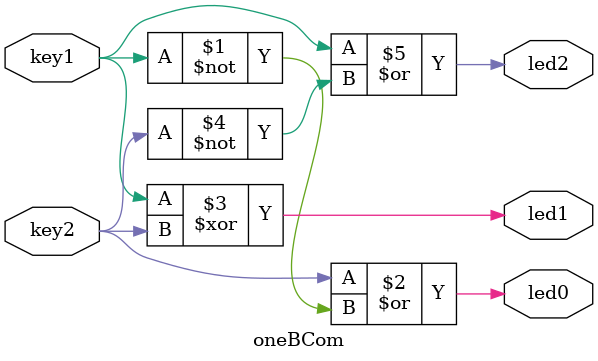
<source format=v>
module oneBCom(
input key1, key2,
output led0, led1, led2
);

assign led0 = key2 | (~key1);
assign led1 = key1 ^ key2;
assign led2 = key1 | (~key2);

endmodule
</source>
